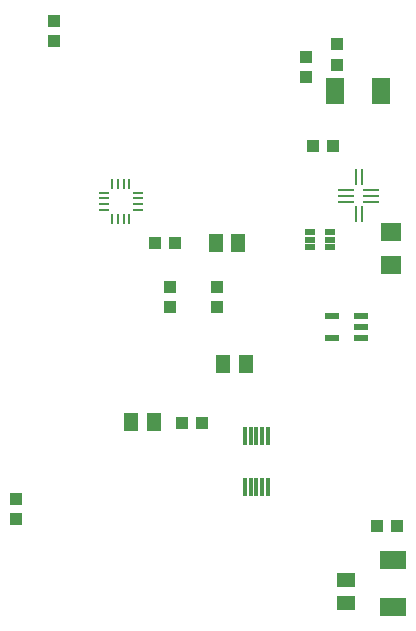
<source format=gbr>
G04 EAGLE Gerber RS-274X export*
G04 #@! %TF.Part,Single*
G04 #@! %TF.FileFunction,Paste,Bot*
G04 #@! %TF.FilePolarity,Positive*
G04 #@! %TF.GenerationSoftware,Autodesk,EAGLE,9.1.0*
G04 #@! %TF.CreationDate,2018-07-26T08:16:40Z*
G75*
%MOMM*%
%FSLAX34Y34*%
%LPD*%
%AMOC8*
5,1,8,0,0,1.08239X$1,22.5*%
G01*
%ADD10R,0.297100X1.549800*%
%ADD11R,1.186400X0.597100*%
%ADD12R,1.100000X1.000000*%
%ADD13R,1.600000X2.200000*%
%ADD14R,1.000000X1.100000*%
%ADD15R,1.800000X1.600000*%
%ADD16R,1.500000X1.300000*%
%ADD17R,2.200000X1.600000*%
%ADD18R,0.270000X1.458700*%
%ADD19R,1.458700X0.270000*%
%ADD20R,1.300000X1.500000*%
%ADD21R,0.809800X0.250000*%
%ADD22R,0.250000X0.809800*%
%ADD23R,0.956400X0.472500*%


D10*
X234201Y258825D03*
X229201Y258825D03*
X224201Y258825D03*
X219201Y258825D03*
X214201Y258825D03*
X214201Y301951D03*
X219201Y301951D03*
X224201Y301951D03*
X229201Y301951D03*
X234201Y301951D03*
D11*
X313050Y403218D03*
X313050Y393718D03*
X313050Y384218D03*
X287762Y384218D03*
X287762Y403218D03*
D12*
X138422Y465037D03*
X155422Y465037D03*
D13*
X329954Y593732D03*
X290954Y593732D03*
D14*
X265993Y605189D03*
X265993Y622189D03*
X53145Y652816D03*
X53145Y635816D03*
D12*
X326582Y225119D03*
X343582Y225119D03*
D14*
X150787Y427898D03*
X150787Y410898D03*
X20481Y231310D03*
X20481Y248310D03*
X190440Y427991D03*
X190440Y410991D03*
D12*
X160786Y312991D03*
X177786Y312991D03*
D15*
X337932Y474049D03*
X337932Y446049D03*
D12*
X289294Y547186D03*
X272294Y547186D03*
D16*
X300338Y179606D03*
X300338Y160606D03*
D17*
X339994Y196238D03*
X339994Y157238D03*
D18*
X308373Y520834D03*
X313373Y520834D03*
D19*
X321611Y510096D03*
X321611Y505096D03*
X321611Y500096D03*
D18*
X313373Y489358D03*
X308373Y489358D03*
D19*
X300135Y500096D03*
X300135Y505096D03*
X300135Y510096D03*
D12*
X292388Y616087D03*
X292388Y633087D03*
D20*
X118203Y313399D03*
X137203Y313399D03*
X215104Y362735D03*
X196104Y362735D03*
X189853Y464807D03*
X208853Y464807D03*
D21*
X94717Y492690D03*
X94717Y497690D03*
X94717Y502690D03*
X94717Y507690D03*
D22*
X101668Y514641D03*
X106668Y514641D03*
X111668Y514641D03*
X116668Y514641D03*
D21*
X123619Y507690D03*
X123619Y502690D03*
X123619Y497690D03*
X123619Y492690D03*
D22*
X116668Y485739D03*
X111668Y485739D03*
X106668Y485739D03*
X101668Y485739D03*
D23*
X286408Y474351D03*
X286408Y467851D03*
X286408Y461351D03*
X269680Y461351D03*
X269680Y467851D03*
X269680Y474351D03*
M02*

</source>
